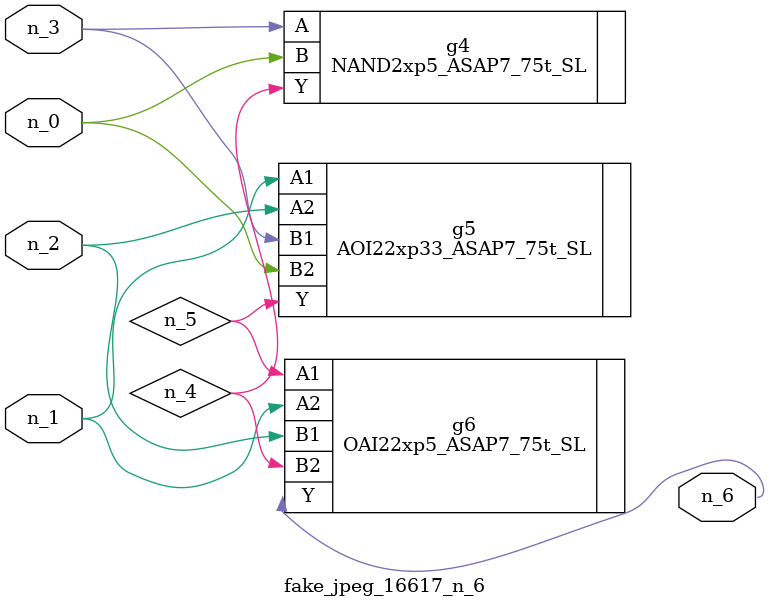
<source format=v>
module fake_jpeg_16617_n_6 (n_0, n_3, n_2, n_1, n_6);

input n_0;
input n_3;
input n_2;
input n_1;

output n_6;

wire n_4;
wire n_5;

NAND2xp5_ASAP7_75t_SL g4 ( 
.A(n_3),
.B(n_0),
.Y(n_4)
);

AOI22xp33_ASAP7_75t_SL g5 ( 
.A1(n_1),
.A2(n_2),
.B1(n_3),
.B2(n_0),
.Y(n_5)
);

OAI22xp5_ASAP7_75t_SL g6 ( 
.A1(n_5),
.A2(n_1),
.B1(n_2),
.B2(n_4),
.Y(n_6)
);


endmodule
</source>
